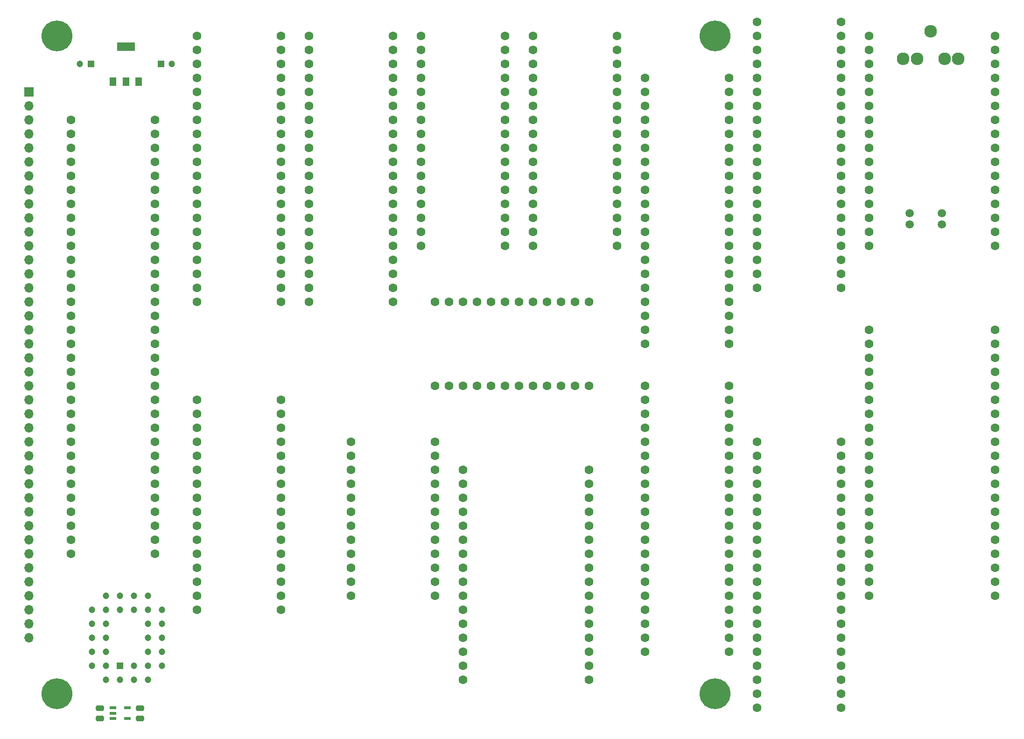
<source format=gbr>
%TF.GenerationSoftware,KiCad,Pcbnew,7.0.5*%
%TF.CreationDate,2024-01-26T10:33:22+02:00*%
%TF.ProjectId,Sound Board,536f756e-6420-4426-9f61-72642e6b6963,rev?*%
%TF.SameCoordinates,Original*%
%TF.FileFunction,Soldermask,Top*%
%TF.FilePolarity,Negative*%
%FSLAX46Y46*%
G04 Gerber Fmt 4.6, Leading zero omitted, Abs format (unit mm)*
G04 Created by KiCad (PCBNEW 7.0.5) date 2024-01-26 10:33:22*
%MOMM*%
%LPD*%
G01*
G04 APERTURE LIST*
G04 Aperture macros list*
%AMRoundRect*
0 Rectangle with rounded corners*
0 $1 Rounding radius*
0 $2 $3 $4 $5 $6 $7 $8 $9 X,Y pos of 4 corners*
0 Add a 4 corners polygon primitive as box body*
4,1,4,$2,$3,$4,$5,$6,$7,$8,$9,$2,$3,0*
0 Add four circle primitives for the rounded corners*
1,1,$1+$1,$2,$3*
1,1,$1+$1,$4,$5*
1,1,$1+$1,$6,$7*
1,1,$1+$1,$8,$9*
0 Add four rect primitives between the rounded corners*
20,1,$1+$1,$2,$3,$4,$5,0*
20,1,$1+$1,$4,$5,$6,$7,0*
20,1,$1+$1,$6,$7,$8,$9,0*
20,1,$1+$1,$8,$9,$2,$3,0*%
G04 Aperture macros list end*
%ADD10R,1.200000X1.500000*%
%ADD11R,3.300000X1.500000*%
%ADD12R,1.150000X0.600000*%
%ADD13R,1.200000X1.200000*%
%ADD14C,1.200000*%
%ADD15C,1.600000*%
%ADD16C,5.600000*%
%ADD17RoundRect,0.250000X0.475000X-0.250000X0.475000X0.250000X-0.475000X0.250000X-0.475000X-0.250000X0*%
%ADD18C,2.300000*%
%ADD19C,1.500000*%
%ADD20R,1.700000X1.700000*%
%ADD21O,1.700000X1.700000*%
G04 APERTURE END LIST*
D10*
%TO.C,IC3*%
X40658000Y-43840000D03*
X42958000Y-43840000D03*
X45258000Y-43840000D03*
D11*
X42958000Y-37440000D03*
%TD*%
D12*
%TO.C,IC2*%
X40640000Y-157480000D03*
X40640000Y-158430000D03*
X40640000Y-159380000D03*
X43240000Y-159380000D03*
X43240000Y-157480000D03*
%TD*%
D13*
%TO.C,IC1*%
X41910000Y-149860000D03*
D14*
X44450000Y-152400000D03*
X44450000Y-149860000D03*
X46990000Y-152400000D03*
X49530000Y-149860000D03*
X46990000Y-149860000D03*
X49530000Y-147320000D03*
X46990000Y-147320000D03*
X49530000Y-144780000D03*
X46990000Y-144780000D03*
X49530000Y-142240000D03*
X46990000Y-142240000D03*
X49530000Y-139700000D03*
X46990000Y-137160000D03*
X46990000Y-139700000D03*
X44450000Y-137160000D03*
X44450000Y-139700000D03*
X41910000Y-137160000D03*
X41910000Y-139700000D03*
X39370000Y-137160000D03*
X36830000Y-139700000D03*
X39370000Y-139700000D03*
X36830000Y-142240000D03*
X39370000Y-142240000D03*
X36830000Y-144780000D03*
X39370000Y-144780000D03*
X36830000Y-147320000D03*
X39370000Y-147320000D03*
X36830000Y-149860000D03*
X39370000Y-152400000D03*
X39370000Y-149860000D03*
X41910000Y-152400000D03*
%TD*%
D15*
%TO.C,B13*%
X104140000Y-114300000D03*
X104140000Y-116840000D03*
X104140000Y-119380000D03*
X104140000Y-121920000D03*
X104140000Y-124460000D03*
X104140000Y-127000000D03*
X104140000Y-129540000D03*
X104140000Y-132080000D03*
X104140000Y-134620000D03*
X104140000Y-137160000D03*
X104140000Y-139700000D03*
X104140000Y-142240000D03*
X104140000Y-144780000D03*
X104140000Y-147320000D03*
X104140000Y-149860000D03*
X104140000Y-152400000D03*
X127000000Y-152400000D03*
X127000000Y-149860000D03*
X127000000Y-147320000D03*
X127000000Y-144780000D03*
X127000000Y-142240000D03*
X127000000Y-139700000D03*
X127000000Y-137160000D03*
X127000000Y-134620000D03*
X127000000Y-132080000D03*
X127000000Y-129540000D03*
X127000000Y-127000000D03*
X127000000Y-124460000D03*
X127000000Y-121920000D03*
X127000000Y-119380000D03*
X127000000Y-116840000D03*
X127000000Y-114300000D03*
%TD*%
D16*
%TO.C,H4*%
X149860000Y-35560000D03*
%TD*%
D17*
%TO.C,C1*%
X38287000Y-159425000D03*
X38287000Y-157525000D03*
%TD*%
D15*
%TO.C,B6*%
X157480000Y-109220000D03*
X157480000Y-111760000D03*
X157480000Y-114300000D03*
X157480000Y-116840000D03*
X157480000Y-119380000D03*
X157480000Y-121920000D03*
X157480000Y-124460000D03*
X157480000Y-127000000D03*
X157480000Y-129540000D03*
X157480000Y-132080000D03*
X157480000Y-134620000D03*
X157480000Y-137160000D03*
X157480000Y-139700000D03*
X157480000Y-142240000D03*
X157480000Y-144780000D03*
X157480000Y-147320000D03*
X157480000Y-149860000D03*
X157480000Y-152400000D03*
X157480000Y-154940000D03*
X157480000Y-157480000D03*
X172720000Y-157480000D03*
X172720000Y-154940000D03*
X172720000Y-152400000D03*
X172720000Y-149860000D03*
X172720000Y-147320000D03*
X172720000Y-144780000D03*
X172720000Y-142240000D03*
X172720000Y-139700000D03*
X172720000Y-137160000D03*
X172720000Y-134620000D03*
X172720000Y-132080000D03*
X172720000Y-129540000D03*
X172720000Y-127000000D03*
X172720000Y-124460000D03*
X172720000Y-121920000D03*
X172720000Y-119380000D03*
X172720000Y-116840000D03*
X172720000Y-114300000D03*
X172720000Y-111760000D03*
X172720000Y-109220000D03*
%TD*%
%TO.C,B16*%
X33020000Y-50800000D03*
X33020000Y-53340000D03*
X33020000Y-55880000D03*
X33020000Y-58420000D03*
X33020000Y-60960000D03*
X33020000Y-63500000D03*
X33020000Y-66040000D03*
X33020000Y-68580000D03*
X33020000Y-71120000D03*
X33020000Y-73660000D03*
X33020000Y-76200000D03*
X33020000Y-78740000D03*
X33020000Y-81280000D03*
X33020000Y-83820000D03*
X33020000Y-86360000D03*
X33020000Y-88900000D03*
X33020000Y-91440000D03*
X33020000Y-93980000D03*
X33020000Y-96520000D03*
X33020000Y-99060000D03*
X33020000Y-101600000D03*
X33020000Y-104140000D03*
X33020000Y-106680000D03*
X33020000Y-109220000D03*
X33020000Y-111760000D03*
X33020000Y-114300000D03*
X33020000Y-116840000D03*
X33020000Y-119380000D03*
X33020000Y-121920000D03*
X33020000Y-124460000D03*
X33020000Y-127000000D03*
X33020000Y-129540000D03*
X48260000Y-129540000D03*
X48260000Y-127000000D03*
X48260000Y-124460000D03*
X48260000Y-121920000D03*
X48260000Y-119380000D03*
X48260000Y-116840000D03*
X48260000Y-114300000D03*
X48260000Y-111760000D03*
X48260000Y-109220000D03*
X48260000Y-106680000D03*
X48260000Y-104140000D03*
X48260000Y-101600000D03*
X48260000Y-99060000D03*
X48260000Y-96520000D03*
X48260000Y-93980000D03*
X48260000Y-91440000D03*
X48260000Y-88900000D03*
X48260000Y-86360000D03*
X48260000Y-83820000D03*
X48260000Y-81280000D03*
X48260000Y-78740000D03*
X48260000Y-76200000D03*
X48260000Y-73660000D03*
X48260000Y-71120000D03*
X48260000Y-68580000D03*
X48260000Y-66040000D03*
X48260000Y-63500000D03*
X48260000Y-60960000D03*
X48260000Y-58420000D03*
X48260000Y-55880000D03*
X48260000Y-53340000D03*
X48260000Y-50800000D03*
%TD*%
%TO.C,B2*%
X76200000Y-35560000D03*
X76200000Y-38100000D03*
X76200000Y-40640000D03*
X76200000Y-43180000D03*
X76200000Y-45720000D03*
X76200000Y-48260000D03*
X76200000Y-50800000D03*
X76200000Y-53340000D03*
X76200000Y-55880000D03*
X76200000Y-58420000D03*
X76200000Y-60960000D03*
X76200000Y-63500000D03*
X76200000Y-66040000D03*
X76200000Y-68580000D03*
X76200000Y-71120000D03*
X76200000Y-73660000D03*
X76200000Y-76200000D03*
X76200000Y-78740000D03*
X76200000Y-81280000D03*
X76200000Y-83820000D03*
X91440000Y-83820000D03*
X91440000Y-81280000D03*
X91440000Y-78740000D03*
X91440000Y-76200000D03*
X91440000Y-73660000D03*
X91440000Y-71120000D03*
X91440000Y-68580000D03*
X91440000Y-66040000D03*
X91440000Y-63500000D03*
X91440000Y-60960000D03*
X91440000Y-58420000D03*
X91440000Y-55880000D03*
X91440000Y-53340000D03*
X91440000Y-50800000D03*
X91440000Y-48260000D03*
X91440000Y-45720000D03*
X91440000Y-43180000D03*
X91440000Y-40640000D03*
X91440000Y-38100000D03*
X91440000Y-35560000D03*
%TD*%
%TO.C,B10*%
X83820000Y-109220000D03*
X83820000Y-111760000D03*
X83820000Y-114300000D03*
X83820000Y-116840000D03*
X83820000Y-119380000D03*
X83820000Y-121920000D03*
X83820000Y-124460000D03*
X83820000Y-127000000D03*
X83820000Y-129540000D03*
X83820000Y-132080000D03*
X83820000Y-134620000D03*
X83820000Y-137160000D03*
X99060000Y-137160000D03*
X99060000Y-134620000D03*
X99060000Y-132080000D03*
X99060000Y-129540000D03*
X99060000Y-127000000D03*
X99060000Y-124460000D03*
X99060000Y-121920000D03*
X99060000Y-119380000D03*
X99060000Y-116840000D03*
X99060000Y-114300000D03*
X99060000Y-111760000D03*
X99060000Y-109220000D03*
%TD*%
D18*
%TO.C,B9*%
X183976000Y-39679000D03*
D19*
X185166000Y-67723000D03*
X185166000Y-69723000D03*
D18*
X186476000Y-39679000D03*
X188976000Y-34679000D03*
D19*
X191008000Y-67723000D03*
X191008000Y-69723000D03*
D18*
X191476000Y-39679000D03*
X193976000Y-39679000D03*
D15*
X177800000Y-35560000D03*
X177800000Y-38100000D03*
X177800000Y-40640000D03*
X177800000Y-43180000D03*
X177800000Y-45720000D03*
X177800000Y-48260000D03*
X177800000Y-50800000D03*
X177800000Y-53340000D03*
X177800000Y-55880000D03*
X177800000Y-58420000D03*
X177800000Y-60960000D03*
X177800000Y-63500000D03*
X177800000Y-66040000D03*
X177800000Y-68580000D03*
X177800000Y-71120000D03*
X177800000Y-73660000D03*
X200660000Y-73660000D03*
X200660000Y-71120000D03*
X200660000Y-68580000D03*
X200660000Y-66040000D03*
X200660000Y-63500000D03*
X200660000Y-60960000D03*
X200660000Y-58420000D03*
X200660000Y-55880000D03*
X200660000Y-53340000D03*
X200660000Y-50800000D03*
X200660000Y-48260000D03*
X200660000Y-45720000D03*
X200660000Y-43180000D03*
X200660000Y-40640000D03*
X200660000Y-38100000D03*
X200660000Y-35560000D03*
%TD*%
%TO.C,B8*%
X55880000Y-101600000D03*
X55880000Y-104140000D03*
X55880000Y-106680000D03*
X55880000Y-109220000D03*
X55880000Y-111760000D03*
X55880000Y-114300000D03*
X55880000Y-116840000D03*
X55880000Y-119380000D03*
X55880000Y-121920000D03*
X55880000Y-124460000D03*
X55880000Y-127000000D03*
X55880000Y-129540000D03*
X55880000Y-132080000D03*
X55880000Y-134620000D03*
X55880000Y-137160000D03*
X55880000Y-139700000D03*
X71120000Y-139700000D03*
X71120000Y-137160000D03*
X71120000Y-134620000D03*
X71120000Y-132080000D03*
X71120000Y-129540000D03*
X71120000Y-127000000D03*
X71120000Y-124460000D03*
X71120000Y-121920000D03*
X71120000Y-119380000D03*
X71120000Y-116840000D03*
X71120000Y-114300000D03*
X71120000Y-111760000D03*
X71120000Y-109220000D03*
X71120000Y-106680000D03*
X71120000Y-104140000D03*
X71120000Y-101600000D03*
%TD*%
D13*
%TO.C,C4*%
X49308000Y-40640000D03*
D14*
X51308000Y-40640000D03*
%TD*%
D15*
%TO.C,B1*%
X177800000Y-88900000D03*
X177800000Y-91440000D03*
X177800000Y-93980000D03*
X177800000Y-96520000D03*
X177800000Y-99060000D03*
X177800000Y-101600000D03*
X177800000Y-104140000D03*
X177800000Y-106680000D03*
X177800000Y-109220000D03*
X177800000Y-111760000D03*
X177800000Y-114300000D03*
X177800000Y-116840000D03*
X177800000Y-119380000D03*
X177800000Y-121920000D03*
X177800000Y-124460000D03*
X177800000Y-127000000D03*
X177800000Y-129540000D03*
X177800000Y-132080000D03*
X177800000Y-134620000D03*
X177800000Y-137160000D03*
X200660000Y-137160000D03*
X200660000Y-134620000D03*
X200660000Y-132080000D03*
X200660000Y-129540000D03*
X200660000Y-127000000D03*
X200660000Y-124460000D03*
X200660000Y-121920000D03*
X200660000Y-119380000D03*
X200660000Y-116840000D03*
X200660000Y-114300000D03*
X200660000Y-111760000D03*
X200660000Y-109220000D03*
X200660000Y-106680000D03*
X200660000Y-104140000D03*
X200660000Y-101600000D03*
X200660000Y-99060000D03*
X200660000Y-96520000D03*
X200660000Y-93980000D03*
X200660000Y-91440000D03*
X200660000Y-88900000D03*
%TD*%
%TO.C,B3*%
X137160000Y-43180000D03*
X137160000Y-45720000D03*
X137160000Y-48260000D03*
X137160000Y-50800000D03*
X137160000Y-53340000D03*
X137160000Y-55880000D03*
X137160000Y-58420000D03*
X137160000Y-60960000D03*
X137160000Y-63500000D03*
X137160000Y-66040000D03*
X137160000Y-68580000D03*
X137160000Y-71120000D03*
X137160000Y-73660000D03*
X137160000Y-76200000D03*
X137160000Y-78740000D03*
X137160000Y-81280000D03*
X137160000Y-83820000D03*
X137160000Y-86360000D03*
X137160000Y-88900000D03*
X137160000Y-91440000D03*
X152400000Y-91440000D03*
X152400000Y-88900000D03*
X152400000Y-86360000D03*
X152400000Y-83820000D03*
X152400000Y-81280000D03*
X152400000Y-78740000D03*
X152400000Y-76200000D03*
X152400000Y-73660000D03*
X152400000Y-71120000D03*
X152400000Y-68580000D03*
X152400000Y-66040000D03*
X152400000Y-63500000D03*
X152400000Y-60960000D03*
X152400000Y-58420000D03*
X152400000Y-55880000D03*
X152400000Y-53340000D03*
X152400000Y-50800000D03*
X152400000Y-48260000D03*
X152400000Y-45720000D03*
X152400000Y-43180000D03*
%TD*%
D17*
%TO.C,C2*%
X45526000Y-159425000D03*
X45526000Y-157525000D03*
%TD*%
D15*
%TO.C,B15*%
X116840000Y-35560000D03*
X116840000Y-38100000D03*
X116840000Y-40640000D03*
X116840000Y-43180000D03*
X116840000Y-45720000D03*
X116840000Y-48260000D03*
X116840000Y-50800000D03*
X116840000Y-53340000D03*
X116840000Y-55880000D03*
X116840000Y-58420000D03*
X116840000Y-60960000D03*
X116840000Y-63500000D03*
X116840000Y-66040000D03*
X116840000Y-68580000D03*
X116840000Y-71120000D03*
X116840000Y-73660000D03*
X132080000Y-73660000D03*
X132080000Y-71120000D03*
X132080000Y-68580000D03*
X132080000Y-66040000D03*
X132080000Y-63500000D03*
X132080000Y-60960000D03*
X132080000Y-58420000D03*
X132080000Y-55880000D03*
X132080000Y-53340000D03*
X132080000Y-50800000D03*
X132080000Y-48260000D03*
X132080000Y-45720000D03*
X132080000Y-43180000D03*
X132080000Y-40640000D03*
X132080000Y-38100000D03*
X132080000Y-35560000D03*
%TD*%
%TO.C,B12*%
X127000000Y-83820000D03*
X124460000Y-83820000D03*
X121920000Y-83820000D03*
X119380000Y-83820000D03*
X116840000Y-83820000D03*
X114300000Y-83820000D03*
X111760000Y-83820000D03*
X109220000Y-83820000D03*
X106680000Y-83820000D03*
X104140000Y-83820000D03*
X101600000Y-83820000D03*
X99060000Y-83820000D03*
X99060000Y-99060000D03*
X101600000Y-99060000D03*
X104140000Y-99060000D03*
X106680000Y-99060000D03*
X109220000Y-99060000D03*
X111760000Y-99060000D03*
X114300000Y-99060000D03*
X116840000Y-99060000D03*
X119380000Y-99060000D03*
X121920000Y-99060000D03*
X124460000Y-99060000D03*
X127000000Y-99060000D03*
%TD*%
%TO.C,B7*%
X55880000Y-35560000D03*
X55880000Y-38100000D03*
X55880000Y-40640000D03*
X55880000Y-43180000D03*
X55880000Y-45720000D03*
X55880000Y-48260000D03*
X55880000Y-50800000D03*
X55880000Y-53340000D03*
X55880000Y-55880000D03*
X55880000Y-58420000D03*
X55880000Y-60960000D03*
X55880000Y-63500000D03*
X55880000Y-66040000D03*
X55880000Y-68580000D03*
X55880000Y-71120000D03*
X55880000Y-73660000D03*
X55880000Y-76200000D03*
X55880000Y-78740000D03*
X55880000Y-81280000D03*
X55880000Y-83820000D03*
X71120000Y-83820000D03*
X71120000Y-81280000D03*
X71120000Y-78740000D03*
X71120000Y-76200000D03*
X71120000Y-73660000D03*
X71120000Y-71120000D03*
X71120000Y-68580000D03*
X71120000Y-66040000D03*
X71120000Y-63500000D03*
X71120000Y-60960000D03*
X71120000Y-58420000D03*
X71120000Y-55880000D03*
X71120000Y-53340000D03*
X71120000Y-50800000D03*
X71120000Y-48260000D03*
X71120000Y-45720000D03*
X71120000Y-43180000D03*
X71120000Y-40640000D03*
X71120000Y-38100000D03*
X71120000Y-35560000D03*
%TD*%
%TO.C,B11*%
X96520000Y-35560000D03*
X96520000Y-38100000D03*
X96520000Y-40640000D03*
X96520000Y-43180000D03*
X96520000Y-45720000D03*
X96520000Y-48260000D03*
X96520000Y-50800000D03*
X96520000Y-53340000D03*
X96520000Y-55880000D03*
X96520000Y-58420000D03*
X96520000Y-60960000D03*
X96520000Y-63500000D03*
X96520000Y-66040000D03*
X96520000Y-68580000D03*
X96520000Y-71120000D03*
X96520000Y-73660000D03*
X111760000Y-73660000D03*
X111760000Y-71120000D03*
X111760000Y-68580000D03*
X111760000Y-66040000D03*
X111760000Y-63500000D03*
X111760000Y-60960000D03*
X111760000Y-58420000D03*
X111760000Y-55880000D03*
X111760000Y-53340000D03*
X111760000Y-50800000D03*
X111760000Y-48260000D03*
X111760000Y-45720000D03*
X111760000Y-43180000D03*
X111760000Y-40640000D03*
X111760000Y-38100000D03*
X111760000Y-35560000D03*
%TD*%
%TO.C,B4*%
X157480000Y-33020000D03*
X157480000Y-35560000D03*
X157480000Y-38100000D03*
X157480000Y-40640000D03*
X157480000Y-43180000D03*
X157480000Y-45720000D03*
X157480000Y-48260000D03*
X157480000Y-50800000D03*
X157480000Y-53340000D03*
X157480000Y-55880000D03*
X157480000Y-58420000D03*
X157480000Y-60960000D03*
X157480000Y-63500000D03*
X157480000Y-66040000D03*
X157480000Y-68580000D03*
X157480000Y-71120000D03*
X157480000Y-73660000D03*
X157480000Y-76200000D03*
X157480000Y-78740000D03*
X157480000Y-81280000D03*
X172720000Y-81280000D03*
X172720000Y-78740000D03*
X172720000Y-76200000D03*
X172720000Y-73660000D03*
X172720000Y-71120000D03*
X172720000Y-68580000D03*
X172720000Y-66040000D03*
X172720000Y-63500000D03*
X172720000Y-60960000D03*
X172720000Y-58420000D03*
X172720000Y-55880000D03*
X172720000Y-53340000D03*
X172720000Y-50800000D03*
X172720000Y-48260000D03*
X172720000Y-45720000D03*
X172720000Y-43180000D03*
X172720000Y-40640000D03*
X172720000Y-38100000D03*
X172720000Y-35560000D03*
X172720000Y-33020000D03*
%TD*%
D13*
%TO.C,C3*%
X36608000Y-40640000D03*
D14*
X34608000Y-40640000D03*
%TD*%
D15*
%TO.C,B5*%
X137160000Y-99060000D03*
X137160000Y-101600000D03*
X137160000Y-104140000D03*
X137160000Y-106680000D03*
X137160000Y-109220000D03*
X137160000Y-111760000D03*
X137160000Y-114300000D03*
X137160000Y-116840000D03*
X137160000Y-119380000D03*
X137160000Y-121920000D03*
X137160000Y-124460000D03*
X137160000Y-127000000D03*
X137160000Y-129540000D03*
X137160000Y-132080000D03*
X137160000Y-134620000D03*
X137160000Y-137160000D03*
X137160000Y-139700000D03*
X137160000Y-142240000D03*
X137160000Y-144780000D03*
X137160000Y-147320000D03*
X152400000Y-147320000D03*
X152400000Y-144780000D03*
X152400000Y-142240000D03*
X152400000Y-139700000D03*
X152400000Y-137160000D03*
X152400000Y-134620000D03*
X152400000Y-132080000D03*
X152400000Y-129540000D03*
X152400000Y-127000000D03*
X152400000Y-124460000D03*
X152400000Y-121920000D03*
X152400000Y-119380000D03*
X152400000Y-116840000D03*
X152400000Y-114300000D03*
X152400000Y-111760000D03*
X152400000Y-109220000D03*
X152400000Y-106680000D03*
X152400000Y-104140000D03*
X152400000Y-101600000D03*
X152400000Y-99060000D03*
%TD*%
D16*
%TO.C,H2*%
X30480000Y-154940000D03*
%TD*%
%TO.C,H3*%
X149860000Y-154940000D03*
%TD*%
%TO.C,H1*%
X30480000Y-35560000D03*
%TD*%
D20*
%TO.C,J1*%
X25400000Y-45720000D03*
D21*
X25400000Y-48260000D03*
X25400000Y-50800000D03*
X25400000Y-53340000D03*
X25400000Y-55880000D03*
X25400000Y-58420000D03*
X25400000Y-60960000D03*
X25400000Y-63500000D03*
X25400000Y-66040000D03*
X25400000Y-68580000D03*
X25400000Y-71120000D03*
X25400000Y-73660000D03*
X25400000Y-76200000D03*
X25400000Y-78740000D03*
X25400000Y-81280000D03*
X25400000Y-83820000D03*
X25400000Y-86360000D03*
X25400000Y-88900000D03*
X25400000Y-91440000D03*
X25400000Y-93980000D03*
X25400000Y-96520000D03*
X25400000Y-99060000D03*
X25400000Y-101600000D03*
X25400000Y-104140000D03*
X25400000Y-106680000D03*
X25400000Y-109220000D03*
X25400000Y-111760000D03*
X25400000Y-114300000D03*
X25400000Y-116840000D03*
X25400000Y-119380000D03*
X25400000Y-121920000D03*
X25400000Y-124460000D03*
X25400000Y-127000000D03*
X25400000Y-129540000D03*
X25400000Y-132080000D03*
X25400000Y-134620000D03*
X25400000Y-137160000D03*
X25400000Y-139700000D03*
X25400000Y-142240000D03*
X25400000Y-144780000D03*
%TD*%
M02*

</source>
